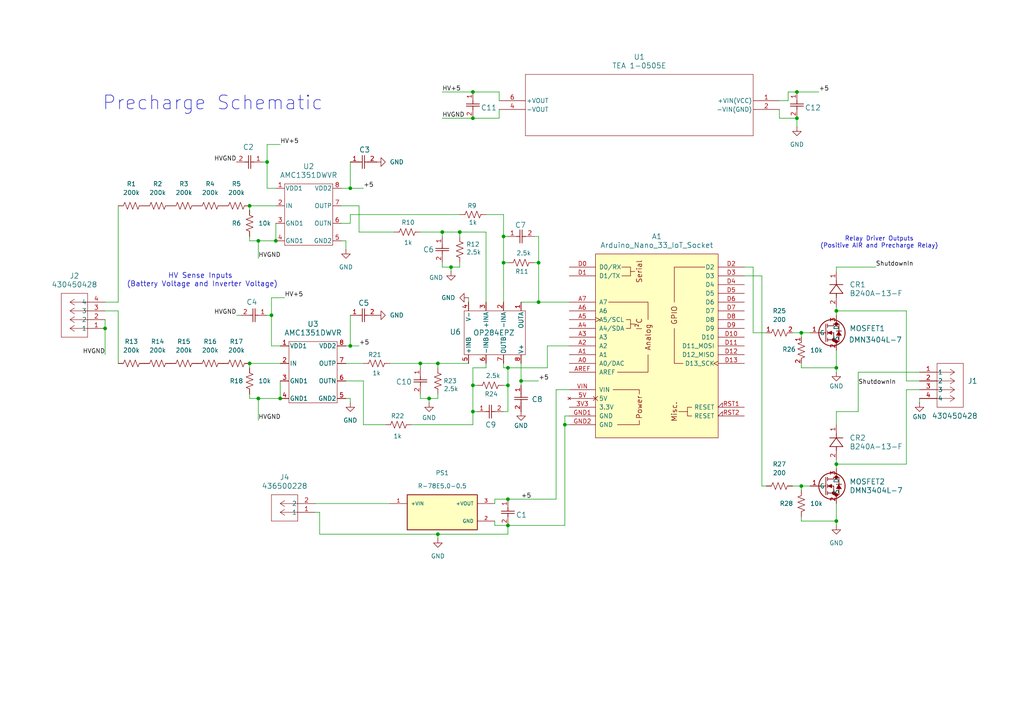
<source format=kicad_sch>
(kicad_sch (version 20231120) (generator "eeschema") (generator_version "8.0")
  (paper "A4")
  (title_block (title "RM28 Precharge PCB") (rev "1") (company "Blake Hopper"))
  (lib_symbols
    (symbol "10uF Cap:C324C106K3R5TA" (pin_names (offset 0.254))
      (property "Reference" "C" (at 3.81 3.81 0))
      (property "Value" "C324C106K3R5TA" (at 3.81 -3.81 0))
      (symbol "C324C106K3R5TA_1_1"
        (pin unspecified line (at 0 0 0) (length 2.54) (name "") (number "1"))
        (pin unspecified line (at 7.62 0 180) (length 2.54) (name "") (number "2"))
      )
      (symbol "C324C106K3R5TA_1_2"
        (pin unspecified line (at 0 0 270) (length 2.54) (name "") (number "1"))
        (pin unspecified line (at 0 -7.62 90) (length 2.54) (name "") (number "2"))
      )
    )
    (symbol "1u Cap:K104K10X7RF5UH5" (pin_names (offset 0.254))
      (property "Reference" "C" (at 3.81 3.81 0))
      (property "Value" "K104K10X7RF5UH5" (at 3.81 -3.81 0))
      (symbol "K104K10X7RF5UH5_0_1"
        (pin unspecified line (at 0 0 0) (length 2.54) (name "") (number "1"))
        (pin unspecified line (at 7.62 0 180) (length 2.54) (name "") (number "2"))
      )
    )
    (symbol "2PinMicro-FitV:436500228" (pin_names (offset 0.254))
      (property "Reference" "J" (at 8.89 6.35 0))
      (property "Value" "436500228" (at 0 0 0))
      (symbol "436500228_1_1"
        (pin unspecified line (at 0 0 0) (length 5.08) (name "1") (number "1"))
        (pin unspecified line (at 0 -2.54 0) (length 5.08) (name "2") (number "2"))
      )
      (symbol "436500228_1_2"
        (pin unspecified line (at 0 0 0) (length 5.08) (name "1") (number "1"))
        (pin unspecified line (at 0 -2.54 0) (length 5.08) (name "2") (number "2"))
      )
    )
    (symbol "330pF Cap:K331K15X7RF5TL2" (pin_names (offset 0.254))
      (property "Reference" "C" (at 3.81 3.81 0))
      (property "Value" "K331K15X7RF5TL2" (at 3.81 -3.81 0))
      (symbol "K331K15X7RF5TL2_1_1"
        (pin unspecified line (at 0 0 0) (length 2.54) (name "") (number "1"))
        (pin unspecified line (at 7.62 0 180) (length 2.54) (name "") (number "2"))
      )
      (symbol "K331K15X7RF5TL2_1_2"
        (pin unspecified line (at 0 0 270) (length 2.54) (name "") (number "1"))
        (pin unspecified line (at 0 -7.62 90) (length 2.54) (name "") (number "2"))
      )
    )
    (symbol "4PinMictrofit:430450428" (pin_names (offset 0.254))
      (property "Reference" "J" (at 8.89 6.35 0))
      (property "Value" "430450428" (at 0 0 0))
      (symbol "430450428_1_1"
        (pin unspecified line (at 0 0 0) (length 5.08) (name "1") (number "1"))
        (pin unspecified line (at 0 -2.54 0) (length 5.08) (name "2") (number "2"))
        (pin unspecified line (at 0 -5.08 0) (length 5.08) (name "3") (number "3"))
        (pin unspecified line (at 0 -7.62 0) (length 5.08) (name "4") (number "4"))
      )
      (symbol "430450428_1_2"
        (pin unspecified line (at 0 0 0) (length 5.08) (name "1") (number "1"))
        (pin unspecified line (at 0 -2.54 0) (length 5.08) (name "2") (number "2"))
        (pin unspecified line (at 0 -5.08 0) (length 5.08) (name "3") (number "3"))
        (pin unspecified line (at 0 -7.62 0) (length 5.08) (name "4") (number "4"))
      )
    )
    (symbol "AMC 1351:AMC1351DWVR" (pin_names (offset 0.254))
      (property "Reference" "U" (at 1.006 10.16 0))
      (property "Value" "AMC1351DWVR" (at 1.006 7.62 0))
      (symbol "AMC1351DWVR_1_1"
        (pin power_in line (at -8.89 3.81 0) (length 2.51) (name "VDD1") (number "1"))
        (pin input line (at -8.89 -1.27 0) (length 2.51) (name "IN") (number "2"))
        (pin power_out line (at -8.89 -6.35 0) (length 2.51) (name "GND1") (number "3"))
        (pin power_out line (at -8.89 -11.43 0) (length 2.51) (name "GND1") (number "4"))
        (pin power_out line (at 10.16 -11.43 180) (length 2.51) (name "GND2") (number "5"))
        (pin output line (at 10.16 -6.35 180) (length 2.51) (name "OUTN") (number "6"))
        (pin output line (at 10.16 -1.27 180) (length 2.51) (name "OUTP") (number "7"))
        (pin power_in line (at 10.16 3.81 180) (length 2.51) (name "VDD2") (number "8"))
      )
    )
    (symbol "Device:R_US" (pin_numbers hide) (pin_names (offset 0))
      (property "Reference" "R" (at 2.54 0 90))
      (property "Value" "R_US" (at -2.54 0 90))
      (symbol "R_US_1_1"
        (pin passive line (at 0 3.81 270) (length 1.27) (name "~") (number "1"))
        (pin passive line (at 0 -3.81 90) (length 1.27) (name "~") (number "2"))
      )
    )
    (symbol "Isolating DC-DC Converter:TEA_1-0505E" (pin_names (offset 0.254))
      (property "Reference" "U" (at 40.64 12.7 0))
      (property "Value" "TEA 1-0505E" (at 40.64 10.16 0))
      (symbol "TEA_1-0505E_0_1"
        (pin power_in line (at 0 0 0) (length 7.62) (name "+VIN(VCC)") (number "1"))
        (pin power_out line (at 0 -2.54 0) (length 7.62) (name "-VIN(GND)") (number "2"))
        (pin power_in line (at 81.28 -2.54 180) (length 7.62) (name "-VOUT") (number "4"))
        (pin power_in line (at 81.28 0 180) (length 7.62) (name "+VOUT") (number "6"))
      )
    )
    (symbol "OP284:OP284EPZ" (pin_names (offset 0.254))
      (property "Reference" "U" (at 0.254 9.652 0))
      (property "Value" "OP284EPZ" (at 0 6.604 0))
      (symbol "OP284EPZ_1_1"
        (pin unspecified line (at -8.89 3.81 0) (length 2.51) (name "OUTA") (number "1"))
        (pin unspecified line (at -8.89 -1.27 0) (length 2.51) (name "-INA") (number "2"))
        (pin unspecified line (at -8.89 -6.35 0) (length 2.51) (name "+INA") (number "3"))
        (pin power_in line (at -8.89 -11.43 0) (length 2.51) (name "V-") (number "4"))
        (pin unspecified line (at 8.89 -11.43 180) (length 2.51) (name "+INB") (number "5"))
        (pin unspecified line (at 8.89 -6.35 180) (length 2.51) (name "-INB") (number "6"))
        (pin unspecified line (at 8.89 -1.27 180) (length 2.51) (name "OUTB") (number "7"))
        (pin power_in line (at 8.89 3.81 180) (length 2.51) (name "V+") (number "8"))
      )
    )
    (symbol "PCM_arduino-library:Arduino_Nano_33_IoT_Socket" (pin_names (offset 1.016))
      (property "Reference" "A" (at 0 33.02 0))
      (property "Value" "Arduino_Nano_33_IoT_Socket" (at 0 29.21 0))
      (symbol "Arduino_Nano_33_IoT_Socket_0_0"
        (text "Analog" (at -2.54 2.54 900) (effects (font (size 1.524 1.524))))
        (text "I²C" (at -5.08 6.35 900) (effects (font (size 1.524 1.524))))
        (text "Misc." (at 5.08 -19.05 900) (effects (font (size 1.524 1.524))))
        (text "Power" (at -5.08 -17.78 900) (effects (font (size 1.524 1.524))))
        (text "Serial" (at -5.08 21.59 900) (effects (font (size 1.524 1.524))))
      )
      (symbol "Arduino_Nano_33_IoT_Socket_1_0"
        (text "GPIO" (at 5.08 8.89 900) (effects (font (size 1.524 1.524))))
      )
      (symbol "Arduino_Nano_33_IoT_Socket_1_1"
        (pin power_in line (at -25.4 -17.78 0) (length 7.62) (name "3.3V") (number "3V3"))
        (pin no_connect non_logic (at -25.4 -15.24 0) (length 7.62) (name "5V") (number "5V"))
        (pin bidirectional line (at -25.4 -5.08 0) (length 7.62) (name "A0/DAC") (number "A0"))
        (pin bidirectional line (at -25.4 -2.54 0) (length 7.62) (name "A1") (number "A1"))
        (pin bidirectional line (at -25.4 0 0) (length 7.62) (name "A2") (number "A2"))
        (pin bidirectional line (at -25.4 2.54 0) (length 7.62) (name "A3") (number "A3"))
        (pin bidirectional line (at -25.4 5.08 0) (length 7.62) (name "A4/SDA") (number "A4"))
        (pin bidirectional clock (at -25.4 7.62 0) (length 7.62) (name "A5/SCL") (number "A5"))
        (pin input line (at -25.4 10.16 0) (length 7.62) (name "A6") (number "A6"))
        (pin input line (at -25.4 12.7 0) (length 7.62) (name "A7") (number "A7"))
        (pin input line (at -25.4 -7.62 0) (length 7.62) (name "AREF") (number "AREF"))
        (pin bidirectional line (at -25.4 22.86 0) (length 7.62) (name "D0/RX") (number "D0"))
        (pin bidirectional line (at -25.4 20.32 0) (length 7.62) (name "D1/TX") (number "D1"))
        (pin bidirectional line (at 25.4 2.54 180) (length 7.62) (name "D10") (number "D10"))
        (pin bidirectional line (at 25.4 0 180) (length 7.62) (name "D11_MOSI") (number "D11"))
        (pin bidirectional line (at 25.4 -2.54 180) (length 7.62) (name "D12_MISO") (number "D12"))
        (pin bidirectional clock (at 25.4 -5.08 180) (length 7.62) (name "D13_SCK") (number "D13"))
        (pin bidirectional line (at 25.4 22.86 180) (length 7.62) (name "D2") (number "D2"))
        (pin bidirectional line (at 25.4 20.32 180) (length 7.62) (name "D3") (number "D3"))
        (pin bidirectional line (at 25.4 17.78 180) (length 7.62) (name "D4") (number "D4"))
        (pin bidirectional line (at 25.4 15.24 180) (length 7.62) (name "D5") (number "D5"))
        (pin bidirectional line (at 25.4 12.7 180) (length 7.62) (name "D6") (number "D6"))
        (pin bidirectional line (at 25.4 10.16 180) (length 7.62) (name "D7") (number "D7"))
        (pin bidirectional line (at 25.4 7.62 180) (length 7.62) (name "D8") (number "D8"))
        (pin bidirectional line (at 25.4 5.08 180) (length 7.62) (name "D9") (number "D9"))
        (pin power_in line (at -25.4 -20.32 0) (length 7.62) (name "GND") (number "GND1"))
        (pin power_in line (at -25.4 -22.86 0) (length 7.62) (name "GND") (number "GND2"))
        (pin open_collector input_low (at 25.4 -17.78 180) (length 7.62) (name "RESET") (number "RST1"))
        (pin open_collector input_low (at 25.4 -20.32 180) (length 7.62) (name "RESET") (number "RST2"))
        (pin power_in line (at -25.4 -12.7 0) (length 7.62) (name "VIN") (number "VIN"))
      )
    )
    (symbol "R-78E5.0-0.5:R-78E5.0-0.5" (pin_names (offset 1.016))
      (property "Reference" "PS" (at -10.1639 6.3579 0))
      (property "Value" "R-78E5.0-0.5" (at -10.1614 -7.6227 0))
      (symbol "R-78E5.0-0.5_0_0"
        (pin input line (at -15.24 2.54 0) (length 5.08) (name "+VIN") (number "1"))
        (pin power_in line (at 15.24 -2.54 180) (length 5.08) (name "GND") (number "2"))
        (pin output line (at 15.24 2.54 180) (length 5.08) (name "+VOUT") (number "3"))
      )
    )
    (symbol "R_US_2" (pin_names (offset 0))
      (property "Reference" "R" (at 2.54 0 90))
      (property "Value" "R_US" (at -2.54 0 90))
      (symbol "R_US_2_1_1"
        (pin passive line (at 0 3.81 270) (length 1.27) (name "~") (number "1"))
        (pin passive line (at 0 -3.81 90) (length 1.27) (name "~") (number "2"))
      )
    )
    (symbol "R_US_3" (pin_names (offset 0))
      (property "Reference" "R" (at 2.54 0 90))
      (property "Value" "R_US" (at -2.54 0 90))
      (symbol "R_US_3_1_1"
        (pin passive line (at 0 3.81 270) (length 1.27) (name "~") (number "1"))
        (pin passive line (at 0 -3.81 90) (length 1.27) (name "~") (number "2"))
      )
    )
    (symbol "RelayFET:DMN3404L-7" (pin_names (offset 0.254))
      (property "Reference" "MOSFET" (at 11.43 1.905 0))
      (property "Value" "DMN3404L-7" (at 11.43 -2.54 0))
      (symbol "DMN3404L-7_0_1"
        (pin unspecified line (at 0 0 0) (length 2.54) (name "G") (number "1"))
        (pin unspecified line (at 7.62 -5.08 90) (length 2.54) (name "S") (number "2"))
        (pin unspecified line (at 7.62 5.08 270) (length 2.54) (name "D") (number "3"))
      )
    )
    (symbol "RelayFlyback:B240A-13-F" (pin_names (offset 0.254))
      (property "Reference" "CR" (at 5.08 4.445 0))
      (property "Value" "B240A-13-F" (at 5.08 -3.81 0))
      (symbol "B240A-13-F_1_1"
        (pin unspecified line (at 10.16 0 180) (length 2.54) (name "") (number "1"))
        (pin unspecified line (at 0 0 0) (length 2.54) (name "") (number "2"))
      )
      (symbol "B240A-13-F_1_2"
        (pin unspecified line (at 0 10.16 270) (length 2.54) (name "") (number "1"))
        (pin unspecified line (at 0 0 90) (length 2.54) (name "") (number "2"))
      )
    )
    (symbol "power:GND" (power) (pin_numbers hide) (pin_names (offset 0) hide)
      (property "Value" "GND" (at 0 -3.81 0))
      (symbol "GND_1_1"
        (pin power_in line (at 0 0 270) (length 0) (name "~") (number "1"))
      )
    )
  )
  (junction (at 146.05 76.2))
  (junction (at 137.16 119.38))
  (junction (at 101.6 100.33))
  (junction (at 128.27 67.31))
  (junction (at 242.57 90.17))
  (junction (at 137.16 26.67))
  (junction (at 147.32 152.4))
  (junction (at 231.14 34.29))
  (junction (at 127 154.94))
  (junction (at 147.32 111.76))
  (junction (at 121.92 105.41))
  (junction (at 80.01 69.85))
  (junction (at 231.14 26.67))
  (junction (at 232.41 96.52))
  (junction (at 72.39 105.41))
  (junction (at 101.6 54.61))
  (junction (at 130.81 77.47))
  (junction (at 232.41 140.97))
  (junction (at 77.47 46.99))
  (junction (at 156.21 76.2))
  (junction (at 74.93 115.57))
  (junction (at 78.74 91.44))
  (junction (at 81.28 115.57))
  (junction (at 242.57 134.62))
  (junction (at 242.57 106.68))
  (junction (at 124.46 115.57))
  (junction (at 133.35 67.31))
  (junction (at 242.57 151.13))
  (junction (at 156.21 87.63))
  (junction (at 163.83 123.19))
  (junction (at 127 105.41))
  (junction (at 137.16 34.29))
  (junction (at 74.93 69.85))
  (junction (at 72.39 59.69))
  (junction (at 146.05 68.58))
  (junction (at 151.13 110.49))
  (junction (at 147.32 144.78))
  (junction (at 137.16 111.76))
  (junction (at 30.48 95.25))
  (junction (at 147.32 106.68))
  (wire (pts (xy 30.48 95.25) (xy 30.48 102.87)))
  (wire (pts (xy 146.05 106.68) (xy 147.32 106.68)))
  (wire (pts (xy 133.35 67.31) (xy 140.97 67.31)))
  (wire (pts (xy 81.28 41.91) (xy 77.47 41.91)))
  (wire (pts (xy 92.71 148.59) (xy 91.44 148.59)))
  (wire (pts (xy 163.83 123.19) (xy 165.1 123.19)))
  (wire (pts (xy 130.81 78.74) (xy 130.81 77.47)))
  (wire (pts (xy 158.75 100.33) (xy 165.1 100.33)))
  (wire (pts (xy 77.47 46.99) (xy 77.47 54.61)))
  (wire (pts (xy 143.51 152.4) (xy 147.32 152.4)))
  (wire (pts (xy 72.39 105.41) (xy 81.28 105.41)))
  (wire (pts (xy 72.39 68.58) (xy 72.39 69.85)))
  (wire (pts (xy 242.57 133.35) (xy 242.57 134.62)))
  (wire (pts (xy 220.98 140.97) (xy 222.25 140.97)))
  (wire (pts (xy 234.95 96.52) (xy 232.41 96.52)))
  (wire (pts (xy 165.1 120.65) (xy 163.83 120.65)))
  (wire (pts (xy 78.74 86.36) (xy 78.74 91.44)))
  (wire (pts (xy 127 115.57) (xy 127 114.3)))
  (wire (pts (xy 100.33 110.49) (xy 105.41 110.49)))
  (wire (pts (xy 232.41 106.68) (xy 242.57 106.68)))
  (wire (pts (xy 232.41 140.97) (xy 234.95 140.97)))
  (wire (pts (xy 161.29 113.03) (xy 161.29 144.78)))
  (wire (pts (xy 121.92 115.57) (xy 121.92 114.3)))
  (wire (pts (xy 104.14 67.31) (xy 114.3 67.31)))
  (wire (pts (xy 163.83 123.19) (xy 163.83 152.4)))
  (wire (pts (xy 101.6 100.33) (xy 104.14 100.33)))
  (wire (pts (xy 143.51 146.05) (xy 143.51 144.78)))
  (wire (pts (xy 146.05 68.58) (xy 146.05 76.2)))
  (wire (pts (xy 151.13 105.41) (xy 151.13 110.49)))
  (wire (pts (xy 262.89 134.62) (xy 242.57 134.62)))
  (wire (pts (xy 158.75 100.33) (xy 158.75 106.68)))
  (wire (pts (xy 72.39 106.68) (xy 72.39 105.41)))
  (wire (pts (xy 91.44 146.05) (xy 113.03 146.05)))
  (wire (pts (xy 76.2 46.99) (xy 77.47 46.99)))
  (wire (pts (xy 146.05 119.38) (xy 147.32 119.38)))
  (wire (pts (xy 147.32 144.78) (xy 161.29 144.78)))
  (wire (pts (xy 143.51 151.13) (xy 143.51 152.4)))
  (wire (pts (xy 80.01 64.77) (xy 80.01 69.85)))
  (wire (pts (xy 72.39 60.96) (xy 72.39 59.69)))
  (wire (pts (xy 104.14 59.69) (xy 104.14 67.31)))
  (wire (pts (xy 34.29 90.17) (xy 34.29 105.41)))
  (wire (pts (xy 127 156.21) (xy 127 154.94)))
  (wire (pts (xy 81.28 110.49) (xy 81.28 115.57)))
  (wire (pts (xy 74.93 69.85) (xy 80.01 69.85)))
  (wire (pts (xy 34.29 87.63) (xy 30.48 87.63)))
  (wire (pts (xy 133.35 77.47) (xy 133.35 76.2)))
  (wire (pts (xy 101.6 62.23) (xy 133.35 62.23)))
  (wire (pts (xy 242.57 152.4) (xy 242.57 151.13)))
  (wire (pts (xy 133.35 77.47) (xy 130.81 77.47)))
  (wire (pts (xy 165.1 113.03) (xy 161.29 113.03)))
  (wire (pts (xy 137.16 119.38) (xy 138.43 119.38)))
  (wire (pts (xy 218.44 96.52) (xy 222.25 96.52)))
  (wire (pts (xy 262.89 113.03) (xy 262.89 134.62)))
  (wire (pts (xy 68.58 91.44) (xy 69.85 91.44)))
  (wire (pts (xy 146.05 68.58) (xy 147.32 68.58)))
  (wire (pts (xy 105.41 110.49) (xy 105.41 123.19)))
  (wire (pts (xy 100.33 105.41) (xy 105.41 105.41)))
  (wire (pts (xy 77.47 54.61) (xy 80.01 54.61)))
  (wire (pts (xy 147.32 106.68) (xy 158.75 106.68)))
  (wire (pts (xy 215.9 77.47) (xy 218.44 77.47)))
  (wire (pts (xy 147.32 76.2) (xy 146.05 76.2)))
  (wire (pts (xy 163.83 120.65) (xy 163.83 123.19)))
  (wire (pts (xy 231.14 34.29) (xy 226.06 34.29)))
  (wire (pts (xy 228.6 26.67) (xy 228.6 29.21)))
  (wire (pts (xy 137.16 111.76) (xy 137.16 119.38)))
  (wire (pts (xy 154.94 68.58) (xy 156.21 68.58)))
  (wire (pts (xy 137.16 111.76) (xy 137.16 106.68)))
  (wire (pts (xy 156.21 110.49) (xy 151.13 110.49)))
  (wire (pts (xy 101.6 64.77) (xy 99.06 64.77)))
  (wire (pts (xy 229.87 140.97) (xy 232.41 140.97)))
  (wire (pts (xy 147.32 111.76) (xy 147.32 119.38)))
  (wire (pts (xy 228.6 29.21) (xy 226.06 29.21)))
  (wire (pts (xy 146.05 105.41) (xy 146.05 106.68)))
  (wire (pts (xy 242.57 88.9) (xy 242.57 90.17)))
  (wire (pts (xy 232.41 106.68) (xy 232.41 105.41)))
  (wire (pts (xy 140.97 67.31) (xy 140.97 87.63)))
  (wire (pts (xy 34.29 59.69) (xy 34.29 87.63)))
  (wire (pts (xy 163.83 152.4) (xy 147.32 152.4)))
  (wire (pts (xy 266.7 113.03) (xy 262.89 113.03)))
  (wire (pts (xy 147.32 154.94) (xy 147.32 152.4)))
  (wire (pts (xy 127 154.94) (xy 147.32 154.94)))
  (wire (pts (xy 101.6 116.84) (xy 101.6 115.57)))
  (wire (pts (xy 77.47 41.91) (xy 77.47 46.99)))
  (wire (pts (xy 74.93 115.57) (xy 81.28 115.57)))
  (wire (pts (xy 119.38 123.19) (xy 137.16 123.19)))
  (wire (pts (xy 127 105.41) (xy 127 106.68)))
  (wire (pts (xy 92.71 154.94) (xy 127 154.94)))
  (wire (pts (xy 78.74 91.44) (xy 78.74 100.33)))
  (wire (pts (xy 144.78 26.67) (xy 144.78 29.21)))
  (wire (pts (xy 231.14 34.29) (xy 231.14 36.83)))
  (wire (pts (xy 237.49 26.67) (xy 231.14 26.67)))
  (wire (pts (xy 146.05 76.2) (xy 146.05 87.63)))
  (wire (pts (xy 242.57 146.05) (xy 242.57 151.13)))
  (wire (pts (xy 266.7 107.95) (xy 248.92 107.95)))
  (wire (pts (xy 242.57 90.17) (xy 242.57 91.44)))
  (wire (pts (xy 121.92 67.31) (xy 128.27 67.31)))
  (wire (pts (xy 100.33 72.39) (xy 100.33 69.85)))
  (wire (pts (xy 147.32 111.76) (xy 147.32 106.68)))
  (wire (pts (xy 262.89 110.49) (xy 266.7 110.49)))
  (wire (pts (xy 124.46 115.57) (xy 127 115.57)))
  (wire (pts (xy 144.78 34.29) (xy 144.78 31.75)))
  (wire (pts (xy 137.16 111.76) (xy 138.43 111.76)))
  (wire (pts (xy 242.57 77.47) (xy 254 77.47)))
  (wire (pts (xy 146.05 62.23) (xy 146.05 68.58)))
  (wire (pts (xy 232.41 140.97) (xy 232.41 142.24)))
  (wire (pts (xy 101.6 91.44) (xy 101.6 100.33)))
  (wire (pts (xy 242.57 119.38) (xy 248.92 119.38)))
  (wire (pts (xy 266.7 115.57) (xy 266.7 116.84)))
  (wire (pts (xy 242.57 77.47) (xy 242.57 78.74)))
  (wire (pts (xy 232.41 151.13) (xy 232.41 149.86)))
  (wire (pts (xy 156.21 76.2) (xy 156.21 87.63)))
  (wire (pts (xy 30.48 92.71) (xy 30.48 95.25)))
  (wire (pts (xy 128.27 67.31) (xy 128.27 68.58)))
  (wire (pts (xy 128.27 26.67) (xy 137.16 26.67)))
  (wire (pts (xy 137.16 119.38) (xy 137.16 123.19)))
  (wire (pts (xy 242.57 107.95) (xy 242.57 106.68)))
  (wire (pts (xy 121.92 115.57) (xy 124.46 115.57)))
  (wire (pts (xy 137.16 106.68) (xy 140.97 106.68)))
  (wire (pts (xy 128.27 77.47) (xy 130.81 77.47)))
  (wire (pts (xy 100.33 115.57) (xy 101.6 115.57)))
  (wire (pts (xy 72.39 115.57) (xy 72.39 114.3)))
  (wire (pts (xy 101.6 54.61) (xy 105.41 54.61)))
  (wire (pts (xy 231.14 26.67) (xy 228.6 26.67)))
  (wire (pts (xy 99.06 54.61) (xy 101.6 54.61)))
  (wire (pts (xy 242.57 134.62) (xy 242.57 135.89)))
  (wire (pts (xy 218.44 77.47) (xy 218.44 96.52)))
  (wire (pts (xy 128.27 77.47) (xy 128.27 76.2)))
  (wire (pts (xy 124.46 116.84) (xy 124.46 115.57)))
  (wire (pts (xy 72.39 115.57) (xy 74.93 115.57)))
  (wire (pts (xy 232.41 96.52) (xy 229.87 96.52)))
  (wire (pts (xy 77.47 91.44) (xy 78.74 91.44)))
  (wire (pts (xy 156.21 68.58) (xy 156.21 76.2)))
  (wire (pts (xy 113.03 105.41) (xy 121.92 105.41)))
  (wire (pts (xy 80.01 59.69) (xy 72.39 59.69)))
  (wire (pts (xy 74.93 69.85) (xy 74.93 74.93)))
  (wire (pts (xy 99.06 59.69) (xy 104.14 59.69)))
  (wire (pts (xy 146.05 62.23) (xy 140.97 62.23)))
  (wire (pts (xy 72.39 69.85) (xy 74.93 69.85)))
  (wire (pts (xy 220.98 80.01) (xy 220.98 140.97)))
  (wire (pts (xy 156.21 76.2) (xy 154.94 76.2)))
  (wire (pts (xy 156.21 87.63) (xy 165.1 87.63)))
  (wire (pts (xy 128.27 34.29) (xy 137.16 34.29)))
  (wire (pts (xy 137.16 34.29) (xy 144.78 34.29)))
  (wire (pts (xy 99.06 69.85) (xy 100.33 69.85)))
  (wire (pts (xy 242.57 119.38) (xy 242.57 123.19)))
  (wire (pts (xy 143.51 144.78) (xy 147.32 144.78)))
  (wire (pts (xy 34.29 90.17) (xy 30.48 90.17)))
  (wire (pts (xy 101.6 64.77) (xy 101.6 62.23)))
  (wire (pts (xy 100.33 100.33) (xy 101.6 100.33)))
  (wire (pts (xy 74.93 121.92) (xy 74.93 115.57)))
  (wire (pts (xy 101.6 46.99) (xy 101.6 54.61)))
  (wire (pts (xy 82.55 86.36) (xy 78.74 86.36)))
  (wire (pts (xy 248.92 107.95) (xy 248.92 119.38)))
  (wire (pts (xy 105.41 123.19) (xy 111.76 123.19)))
  (wire (pts (xy 242.57 101.6) (xy 242.57 106.68)))
  (wire (pts (xy 121.92 105.41) (xy 127 105.41)))
  (wire (pts (xy 140.97 106.68) (xy 140.97 105.41)))
  (wire (pts (xy 226.06 34.29) (xy 226.06 31.75)))
  (wire (pts (xy 137.16 26.67) (xy 144.78 26.67)))
  (wire (pts (xy 135.89 86.36) (xy 135.89 87.63)))
  (wire (pts (xy 92.71 148.59) (xy 92.71 154.94)))
  (wire (pts (xy 147.32 111.76) (xy 146.05 111.76)))
  (wire (pts (xy 262.89 90.17) (xy 262.89 110.49)))
  (wire (pts (xy 128.27 67.31) (xy 133.35 67.31)))
  (wire (pts (xy 133.35 67.31) (xy 133.35 68.58)))
  (wire (pts (xy 78.74 100.33) (xy 81.28 100.33)))
  (wire (pts (xy 127 105.41) (xy 135.89 105.41)))
  (wire (pts (xy 232.41 151.13) (xy 242.57 151.13)))
  (wire (pts (xy 151.13 87.63) (xy 156.21 87.63)))
  (wire (pts (xy 215.9 80.01) (xy 220.98 80.01)))
  (wire (pts (xy 232.41 96.52) (xy 232.41 97.79)))
  (wire (pts (xy 121.92 106.68) (xy 121.92 105.41)))
  (wire (pts (xy 262.89 90.17) (xy 242.57 90.17)))
  (wire (pts (xy 151.13 110.49) (xy 151.13 111.76)))
  (text "Precharge Schematic\n" (at 61.722 29.972 0) (effects (font (size 4 4))))
  (text "HV Sense Inputs \n(Battery Voltage and Inverter Voltage)" (at 58.674 81.28 0) (effects (font (size 1.5 1.5))))
  (text "Relay Driver Outputs\n(Positive AIR and Precharge Relay)" (at 255.016 70.358 0) (effects (font (size 1.27 1.27))))
  (label "HVGND" (at 128.27 34.29 0))
  (label "+5" (at 104.14 100.33 0))
  (label "+5" (at 151.13 144.78 0))
  (label "ShutdownIn" (at 248.92 111.76 0))
  (label "HVGND" (at 68.58 91.44 180))
  (label "HV+5" (at 128.27 26.67 0))
  (label "HVGND" (at 68.58 46.99 180))
  (label "HV+5" (at 81.28 41.91 0))
  (label "ShutdownIn" (at 254 77.47 0))
  (label "HVGND" (at 30.48 102.87 180))
  (label "+5" (at 237.49 26.67 0))
  (label "HVGND" (at 74.93 74.93 0))
  (label "HVGND" (at 74.93 121.92 0))
  (label "+5" (at 156.21 110.49 0))
  (label "+5" (at 105.41 54.61 0))
  (label "HV+5" (at 82.55 86.36 0))
  (symbol (lib_id "Device:R_US") (at 72.39 110.49 180) (unit 1)
    (property "Reference" "R18" (at 68.58 110.49 0))
    (property "Value" "10k" (at 74.93 110.4899 0) (effects (justify right)))
    (property "Footprint" "Resistor_THT:R_Axial_DIN0207_L6.3mm_D2.5mm_P10.16mm_Horizontal" (effects (hide yes)))
    (property "Description" "Resistor, US symbol" (effects (hide yes)))
  )
  (symbol (lib_id "4PinMictrofit:430450428") (at 30.48 95.25 180) (unit 1)
    (property "Reference" "J2" (at 21.59 80.01 0) (effects (font (size 1.524 1.524))))
    (property "Value" "430450428" (at 21.59 82.55 0) (effects (font (size 1.524 1.524))))
    (property "Footprint" "MolexVertical:CONN_SD-43045-010_04_MOL" (effects (hide yes)))
    (property "Datasheet" "430450428" (effects (hide yes)))
  )
  (symbol (lib_id "330pF Cap:K331K15X7RF5TL2") (at 121.92 106.68 270) (unit 1)
    (property "Reference" "C10" (at 114.808 110.744 90) (effects (font (size 1.524 1.524)) (justify left)))
    (property "Value" "K331K15X7RF5TL2" (effects (hide yes)))
    (property "Footprint" "330pFCap:CAP_K-SERIES_15-L2_VIS" (effects (hide yes)))
    (property "Datasheet" "K331K15X7RF5TL2" (effects (hide yes)))
  )
  (symbol (lib_id "Device:R_US") (at 45.72 59.69 90) (unit 1)
    (property "Reference" "R2" (at 45.72 53.34 90))
    (property "Value" "200k" (at 45.72 55.88 90))
    (property "Footprint" "Resistor_THT:R_Axial_DIN0207_L6.3mm_D2.5mm_P10.16mm_Horizontal" (effects (hide yes)))
    (property "Description" "Resistor, US symbol" (effects (hide yes)))
  )
  (symbol (lib_id "power:GND") (at 100.33 72.39 0) (unit 1)
    (property "Reference" "#PWR04" (effects (hide yes)))
    (property "Value" "GND" (at 100.33 77.47 0))
    (property "Description" "Power symbol creates a global label with name \"GND\" , ground" (effects (hide yes)))
  )
  (symbol (lib_id "1u Cap:K104K10X7RF5UH5") (at 76.2 46.99 180) (unit 1)
    (property "Reference" "C2" (at 73.66 42.672 0) (effects (font (size 1.524 1.524)) (justify left)))
    (property "Value" "K104K10X7RF5UH5" (effects (hide yes)))
    (property "Footprint" "1uFCap:K104K10X7RF5UH5_VIS" (effects (hide yes)))
    (property "Datasheet" "K104K10X7RF5UH5" (effects (hide yes)))
  )
  (symbol (lib_id "Device:R_US") (at 68.58 59.69 90) (unit 1)
    (property "Reference" "R5" (at 68.58 53.34 90))
    (property "Value" "200k" (at 68.58 55.88 90))
    (property "Footprint" "Resistor_THT:R_Axial_DIN0207_L6.3mm_D2.5mm_P10.16mm_Horizontal" (effects (hide yes)))
    (property "Description" "Resistor, US symbol" (effects (hide yes)))
  )
  (symbol (lib_id "power:GND") (at 109.22 91.44 90) (unit 1)
    (property "Reference" "#PWR09" (effects (hide yes)))
    (property "Value" "GND" (at 113.03 91.4399 90) (effects (justify right)))
    (property "Description" "Power symbol creates a global label with name \"GND\" , ground" (effects (hide yes)))
  )
  (symbol (lib_id "power:GND") (at 135.89 86.36 270) (unit 1)
    (property "Reference" "#PWR017" (effects (hide yes)))
    (property "Value" "GND" (at 132.08 86.3599 90) (effects (justify right)))
    (property "Description" "Power symbol creates a global label with name \"GND\" , ground" (effects (hide yes)))
  )
  (symbol (lib_id "2PinMicro-FitV:436500228") (at 91.44 148.59 180) (unit 1)
    (property "Reference" "J4" (at 82.55 138.43 0) (effects (font (size 1.524 1.524))))
    (property "Value" "436500228" (at 82.55 140.97 0) (effects (font (size 1.524 1.524))))
    (property "Footprint" "MolexVertical:CONN_SD-43650-010_02_MOL" (effects (hide yes)))
    (property "Datasheet" "436500228" (effects (hide yes)))
  )
  (symbol (lib_id "Device:R_US") (at 115.57 123.19 90) (unit 1)
    (property "Reference" "R22" (at 115.316 120.65 90))
    (property "Value" "1k" (at 115.316 126.492 90))
    (property "Footprint" "Resistor_THT:R_Axial_DIN0207_L6.3mm_D2.5mm_P10.16mm_Horizontal" (effects (hide yes)))
    (property "Description" "Resistor, US symbol" (effects (hide yes)))
  )
  (symbol (lib_id "Isolating DC-DC Converter:TEA_1-0505E") (at 226.06 29.21 0) (mirror y) (unit 1)
    (property "Reference" "U1" (at 185.42 16.51 0) (effects (font (size 1.524 1.524))))
    (property "Value" "TEA 1-0505E" (at 185.42 19.05 0) (effects (font (size 1.524 1.524))))
    (property "Footprint" "PreChargeParts:TEA 1E_TRP" (effects (hide yes)))
    (property "Datasheet" "TEA 1-0505E" (effects (hide yes)))
  )
  (symbol (lib_id "Device:R_US") (at 118.11 67.31 90) (unit 1)
    (property "Reference" "R10" (at 118.364 64.516 90))
    (property "Value" "1k" (at 118.364 70.358 90))
    (property "Footprint" "Resistor_THT:R_Axial_DIN0207_L6.3mm_D2.5mm_P10.16mm_Horizontal" (effects (hide yes)))
    (property "Description" "Resistor, US symbol" (effects (hide yes)))
  )
  (symbol (lib_id "power:GND") (at 130.81 78.74 0) (unit 1)
    (property "Reference" "#PWR015" (effects (hide yes)))
    (property "Value" "GND" (at 126.492 80.518 0))
    (property "Description" "Power symbol creates a global label with name \"GND\" , ground" (effects (hide yes)))
  )
  (symbol (lib_id "Device:R_US") (at 68.58 105.41 90) (unit 1)
    (property "Reference" "R17" (at 68.58 99.06 90))
    (property "Value" "200k" (at 68.58 101.6 90))
    (property "Footprint" "Resistor_THT:R_Axial_DIN0207_L6.3mm_D2.5mm_P10.16mm_Horizontal" (effects (hide yes)))
    (property "Description" "Resistor, US symbol" (effects (hide yes)))
  )
  (symbol (lib_id "Device:R_US") (at 38.1 59.69 90) (unit 1)
    (property "Reference" "R1" (at 38.1 53.34 90))
    (property "Value" "200k" (at 38.1 55.88 90))
    (property "Footprint" "Resistor_THT:R_Axial_DIN0207_L6.3mm_D2.5mm_P10.16mm_Horizontal" (effects (hide yes)))
    (property "Description" "Resistor, US symbol" (effects (hide yes)))
  )
  (symbol (lib_id "330pF Cap:K331K15X7RF5TL2") (at 128.27 68.58 270) (unit 1)
    (property "Reference" "C6" (at 122.682 72.39 90) (effects (font (size 1.524 1.524)) (justify left)))
    (property "Value" "K331K15X7RF5TL2" (effects (hide yes)))
    (property "Footprint" "330pFCap:CAP_K-SERIES_15-L2_VIS" (effects (hide yes)))
    (property "Datasheet" "K331K15X7RF5TL2" (effects (hide yes)))
  )
  (symbol (lib_id "Device:R_US") (at 60.96 59.69 90) (unit 1)
    (property "Reference" "R4" (at 60.96 53.34 90))
    (property "Value" "200k" (at 60.96 55.88 90))
    (property "Footprint" "Resistor_THT:R_Axial_DIN0207_L6.3mm_D2.5mm_P10.16mm_Horizontal" (effects (hide yes)))
    (property "Description" "Resistor, US symbol" (effects (hide yes)))
  )
  (symbol (lib_id "Device:R_US") (at 137.16 62.23 90) (unit 1)
    (property "Reference" "R9" (at 136.906 59.69 90))
    (property "Value" "1k" (at 137.16 64.516 90))
    (property "Footprint" "Resistor_THT:R_Axial_DIN0207_L6.3mm_D2.5mm_P10.16mm_Horizontal" (effects (hide yes)))
    (property "Description" "Resistor, US symbol" (effects (hide yes)))
  )
  (symbol (lib_id "power:GND") (at 242.57 107.95 0) (unit 1)
    (property "Reference" "#PWR01" (effects (hide yes)))
    (property "Value" "GND" (at 242.57 112.014 0))
    (property "Description" "Power symbol creates a global label with name \"GND\" , ground" (effects (hide yes)))
  )
  (symbol (lib_id "RelayFET:DMN3404L-7") (at 234.95 96.52 0) (unit 1)
    (property "Reference" "MOSFET1" (at 246.38 95.2499 0) (effects (font (size 1.524 1.524)) (justify left)))
    (property "Value" "DMN3404L-7" (at 246.126 98.552 0) (effects (font (size 1.524 1.524)) (justify left)))
    (property "Footprint" "PreChargeParts:SOT23_DIO-L" (effects (hide yes)))
    (property "Datasheet" "DMN3404L-7" (effects (hide yes)))
  )
  (symbol (lib_id "power:GND") (at 124.46 116.84 0) (unit 1)
    (property "Reference" "#PWR010" (effects (hide yes)))
    (property "Value" "GND" (at 126.492 121.158 0) (effects (justify right)))
    (property "Description" "Power symbol creates a global label with name \"GND\" , ground" (effects (hide yes)))
  )
  (symbol (lib_id "power:GND") (at 242.57 152.4 0) (unit 1)
    (property "Reference" "#PWR05" (effects (hide yes)))
    (property "Value" "GND" (at 242.57 157.48 0))
    (property "Description" "Power symbol creates a global label with name \"GND\" , ground" (effects (hide yes)))
  )
  (symbol (lib_id "Device:R_US") (at 53.34 59.69 90) (unit 1)
    (property "Reference" "R3" (at 53.34 53.34 90))
    (property "Value" "200k" (at 53.34 55.88 90))
    (property "Footprint" "Resistor_THT:R_Axial_DIN0207_L6.3mm_D2.5mm_P10.16mm_Horizontal" (effects (hide yes)))
    (property "Description" "Resistor, US symbol" (effects (hide yes)))
  )
  (symbol (lib_name "R_US_2") (lib_id "Device:R_US") (at 232.41 101.6 0) (mirror y) (unit 1)
    (property "Reference" "R26" (at 228.854 101.346 0))
    (property "Value" "10k" (at 234.95 101.6001 0) (effects (justify right)))
    (property "Footprint" "Resistor_THT:R_Axial_DIN0207_L6.3mm_D2.5mm_P10.16mm_Horizontal" (effects (hide yes)))
    (property "Description" "Resistor, US symbol" (effects (hide yes)))
  )
  (symbol (lib_id "power:GND") (at 151.13 119.38 0) (unit 1)
    (property "Reference" "#PWR014" (effects (hide yes)))
    (property "Value" "GND" (at 153.162 123.444 0) (effects (justify right)))
    (property "Description" "Power symbol creates a global label with name \"GND\" , ground" (effects (hide yes)))
  )
  (symbol (lib_id "1u Cap:K104K10X7RF5UH5") (at 101.6 46.99 0) (unit 1)
    (property "Reference" "C3" (at 104.14 43.434 0) (effects (font (size 1.524 1.524)) (justify left)))
    (property "Value" "K104K10X7RF5UH5" (effects (hide yes)))
    (property "Footprint" "1uFCap:K104K10X7RF5UH5_VIS" (effects (hide yes)))
    (property "Datasheet" "K104K10X7RF5UH5" (effects (hide yes)))
  )
  (symbol (lib_id "AMC 1351:AMC1351DWVR") (at 88.9 58.42 0) (unit 1)
    (property "Reference" "U2" (at 89.525 48.26 0) (effects (font (size 1.524 1.524))))
    (property "Value" "AMC1351DWVR" (at 89.525 50.8 0) (effects (font (size 1.524 1.524))))
    (property "Footprint" "AMC 1351:SOIC8_DWV_TEX" (effects (hide yes)))
    (property "Datasheet" "AMC1351DWVR" (effects (hide yes)))
  )
  (symbol (lib_id "Device:R_US") (at 133.35 72.39 180) (unit 1)
    (property "Reference" "R12" (at 137.16 70.866 0))
    (property "Value" "2.5k" (at 137.414 73.152 0))
    (property "Footprint" "Resistor_THT:R_Axial_DIN0207_L6.3mm_D2.5mm_P10.16mm_Horizontal" (effects (hide yes)))
    (property "Description" "Resistor, US symbol" (effects (hide yes)))
  )
  (symbol (lib_id "Device:R_US") (at 45.72 105.41 90) (unit 1)
    (property "Reference" "R14" (at 45.72 99.06 90))
    (property "Value" "200k" (at 45.72 101.6 90))
    (property "Footprint" "Resistor_THT:R_Axial_DIN0207_L6.3mm_D2.5mm_P10.16mm_Horizontal" (effects (hide yes)))
    (property "Description" "Resistor, US symbol" (effects (hide yes)))
  )
  (symbol (lib_id "330pF Cap:K331K15X7RF5TL2") (at 138.43 119.38 0) (unit 1)
    (property "Reference" "C9" (at 140.716 123.19 0) (effects (font (size 1.524 1.524)) (justify left)))
    (property "Value" "K331K15X7RF5TL2" (effects (hide yes)))
    (property "Footprint" "330pFCap:CAP_K-SERIES_15-L2_VIS" (effects (hide yes)))
    (property "Datasheet" "K331K15X7RF5TL2" (effects (hide yes)))
  )
  (symbol (lib_id "power:GND") (at 127 156.21 0) (unit 1)
    (property "Reference" "#PWR02" (effects (hide yes)))
    (property "Value" "GND" (at 127 161.29 0))
    (property "Description" "Power symbol creates a global label with name \"GND\" , ground" (effects (hide yes)))
  )
  (symbol (lib_id "Device:R_US") (at 127 110.49 180) (unit 1)
    (property "Reference" "R23" (at 130.556 110.49 0))
    (property "Value" "2.5k" (at 130.81 112.776 0))
    (property "Footprint" "Resistor_THT:R_Axial_DIN0207_L6.3mm_D2.5mm_P10.16mm_Horizontal" (effects (hide yes)))
    (property "Description" "Resistor, US symbol" (effects (hide yes)))
  )
  (symbol (lib_id "330pF Cap:K331K15X7RF5TL2") (at 147.32 68.58 0) (unit 1)
    (property "Reference" "C7" (at 149.352 65.278 0) (effects (font (size 1.524 1.524)) (justify left)))
    (property "Value" "K331K15X7RF5TL2" (effects (hide yes)))
    (property "Footprint" "330pFCap:CAP_K-SERIES_15-L2_VIS" (effects (hide yes)))
    (property "Datasheet" "K331K15X7RF5TL2" (effects (hide yes)))
  )
  (symbol (lib_id "R-78E5.0-0.5:R-78E5.0-0.5") (at 128.27 148.59 0) (unit 1)
    (property "Reference" "PS1" (at 128.27 137.16 0))
    (property "Value" "R-78E5.0-0.5" (at 128.27 140.97 0))
    (property "Footprint" "12-5V Converter:CONV_R-78E5.0-0.5" (effects (hide yes)))
    (property "PARTREV" "4" (effects (hide yes)))
    (property "STANDARD" "Manufacturer Recommendations" (effects (hide yes)))
    (property "MAXIMUM_PACKAGE_HEIGHT" "10.40mm" (effects (hide yes)))
    (property "MANUFACTURER" "RECOM" (effects (hide yes)))
  )
  (symbol (lib_id "AMC 1351:AMC1351DWVR") (at 90.17 104.14 0) (unit 1)
    (property "Reference" "U3" (at 90.795 93.98 0) (effects (font (size 1.524 1.524))))
    (property "Value" "AMC1351DWVR" (at 90.795 96.52 0) (effects (font (size 1.524 1.524))))
    (property "Footprint" "AMC 1351:SOIC8_DWV_TEX" (effects (hide yes)))
    (property "Datasheet" "AMC1351DWVR" (effects (hide yes)))
  )
  (symbol (lib_id "Device:R_US") (at 60.96 105.41 90) (unit 1)
    (property "Reference" "R16" (at 60.96 99.06 90))
    (property "Value" "200k" (at 60.96 101.6 90))
    (property "Footprint" "Resistor_THT:R_Axial_DIN0207_L6.3mm_D2.5mm_P10.16mm_Horizontal" (effects (hide yes)))
    (property "Description" "Resistor, US symbol" (effects (hide yes)))
  )
  (symbol (lib_id "1u Cap:K104K10X7RF5UH5") (at 77.47 91.44 180) (unit 1)
    (property "Reference" "C4" (at 74.676 87.63 0) (effects (font (size 1.524 1.524)) (justify left)))
    (property "Value" "K104K10X7RF5UH5" (effects (hide yes)))
    (property "Footprint" "1uFCap:K104K10X7RF5UH5_VIS" (effects (hide yes)))
    (property "Datasheet" "K104K10X7RF5UH5" (effects (hide yes)))
  )
  (symbol (lib_id "10uF Cap:C324C106K3R5TA") (at 137.16 26.67 270) (unit 1)
    (property "Reference" "C11" (at 139.446 31.242 90) (effects (font (size 1.524 1.524)) (justify left)))
    (property "Value" "C324C106K3R5TA" (effects (hide yes)))
    (property "Footprint" "10uF Cap:CAP_C324C_MR_X7R_KEM" (effects (hide yes)))
    (property "Datasheet" "C324C106K3R5TA" (effects (hide yes)))
  )
  (symbol (lib_name "R_US_3") (lib_id "Device:R_US") (at 226.06 96.52 90) (unit 1)
    (property "Reference" "R25" (at 226.06 90.17 90))
    (property "Value" "200" (at 226.06 92.71 90))
    (property "Footprint" "Resistor_THT:R_Axial_DIN0207_L6.3mm_D2.5mm_P10.16mm_Horizontal" (effects (hide yes)))
    (property "Description" "Resistor, US symbol" (effects (hide yes)))
  )
  (symbol (lib_id "Device:R_US") (at 226.06 140.97 90) (unit 1)
    (property "Reference" "R27" (at 226.06 134.62 90))
    (property "Value" "200" (at 226.06 137.16 90))
    (property "Footprint" "Resistor_THT:R_Axial_DIN0207_L6.3mm_D2.5mm_P10.16mm_Horizontal" (effects (hide yes)))
    (property "Description" "Resistor, US symbol" (effects (hide yes)))
  )
  (symbol (lib_id "10uF Cap:C324C106K3R5TA") (at 147.32 144.78 270) (unit 1)
    (property "Reference" "C1" (at 149.606 149.352 90) (effects (font (size 1.524 1.524)) (justify left)))
    (property "Value" "C324C106K3R5TA" (effects (hide yes)))
    (property "Footprint" "10uF Cap:CAP_C324C_MR_X7R_KEM" (effects (hide yes)))
    (property "Datasheet" "C324C106K3R5TA" (effects (hide yes)))
  )
  (symbol (lib_id "power:GND") (at 231.14 36.83 0) (unit 1)
    (property "Reference" "#PWR03" (effects (hide yes)))
    (property "Value" "GND" (at 231.14 41.91 0))
    (property "Description" "Power symbol creates a global label with name \"GND\" , ground" (effects (hide yes)))
  )
  (symbol (lib_id "power:GND") (at 266.7 116.84 0) (unit 1)
    (property "Reference" "#PWR07" (effects (hide yes)))
    (property "Value" "GND" (at 266.7 120.904 0))
    (property "Description" "Power symbol creates a global label with name \"GND\" , ground" (effects (hide yes)))
  )
  (symbol (lib_id "PCM_arduino-library:Arduino_Nano_33_IoT_Socket") (at 190.5 100.33 0) (unit 1)
    (property "Reference" "A1" (at 190.5 68.58 0) (effects (font (size 1.524 1.524))))
    (property "Value" "Arduino_Nano_33_IoT_Socket" (at 190.5 71.12 0) (effects (font (size 1.524 1.524))))
    (property "Footprint" "PCM_arduino-library:Arduino_Nano_33_IoT_Socket" (effects (hide yes)))
    (property "Datasheet" "https://docs.arduino.cc/hardware/nano-33-iot" (effects (hide yes)))
    (property "Description" "Socket for Arduino Nano 33 IoT" (effects (hide yes)))
  )
  (symbol (lib_id "Device:R_US") (at 232.41 146.05 0) (mirror y) (unit 1)
    (property "Reference" "R28" (at 228.092 146.05 0))
    (property "Value" "10k" (at 234.95 146.0501 0) (effects (justify right)))
    (property "Footprint" "Resistor_THT:R_Axial_DIN0207_L6.3mm_D2.5mm_P10.16mm_Horizontal" (effects (hide yes)))
    (property "Description" "Resistor, US symbol" (effects (hide yes)))
  )
  (symbol (lib_id "Device:R_US") (at 38.1 105.41 90) (unit 1)
    (property "Reference" "R13" (at 38.1 99.06 90))
    (property "Value" "200k" (at 38.1 101.6 90))
    (property "Footprint" "Resistor_THT:R_Axial_DIN0207_L6.3mm_D2.5mm_P10.16mm_Horizontal" (effects (hide yes)))
    (property "Description" "Resistor, US symbol" (effects (hide yes)))
  )
  (symbol (lib_id "OP284:OP284EPZ") (at 147.32 96.52 270) (unit 1)
    (property "Reference" "U6" (at 132.08 96.266 90) (effects (font (size 1.524 1.524))))
    (property "Value" "OP284EPZ" (at 143.256 96.52 90) (effects (font (size 1.524 1.524))))
    (property "Footprint" "OP284:N_8_ADI" (effects (hide yes)))
    (property "Datasheet" "OP284EPZ" (effects (hide yes)))
  )
  (symbol (lib_id "4PinMictrofit:430450428") (at 266.7 107.95 0) (unit 1)
    (property "Reference" "J1" (at 280.67 110.4899 0) (effects (font (size 1.524 1.524)) (justify left)))
    (property "Value" "430450428" (at 270.256 120.65 0) (effects (font (size 1.524 1.524)) (justify left)))
    (property "Footprint" "MolexVertical:CONN_SD-43045-010_04_MOL" (effects (hide yes)))
    (property "Datasheet" "430450428" (effects (hide yes)))
  )
  (symbol (lib_id "power:GND") (at 109.22 46.99 90) (unit 1)
    (property "Reference" "#PWR08" (effects (hide yes)))
    (property "Value" "GND" (at 113.03 46.9899 90) (effects (justify right)))
    (property "Description" "Power symbol creates a global label with name \"GND\" , ground" (effects (hide yes)))
  )
  (symbol (lib_id "Device:R_US") (at 142.24 111.76 270) (unit 1)
    (property "Reference" "R24" (at 142.494 114.3 90))
    (property "Value" "2.5k" (at 143.002 108.966 90))
    (property "Footprint" "Resistor_THT:R_Axial_DIN0207_L6.3mm_D2.5mm_P10.16mm_Horizontal" (effects (hide yes)))
    (property "Description" "Resistor, US symbol" (effects (hide yes)))
  )
  (symbol (lib_id "RelayFlyback:B240A-13-F") (at 242.57 133.35 90) (unit 1)
    (property "Reference" "CR2" (at 246.38 126.9999 90) (effects (font (size 1.524 1.524)) (justify right)))
    (property "Value" "B240A-13-F" (at 246.38 129.5399 90) (effects (font (size 1.524 1.524)) (justify right)))
    (property "Footprint" "PreChargeParts:SMA_DIO-L" (effects (hide yes)))
    (property "Datasheet" "B240A-13-F" (effects (hide yes)))
  )
  (symbol (lib_id "power:GND") (at 101.6 116.84 0) (unit 1)
    (property "Reference" "#PWR06" (effects (hide yes)))
    (property "Value" "GND" (at 101.6 121.92 0))
    (property "Description" "Power symbol creates a global label with name \"GND\" , ground" (effects (hide yes)))
  )
  (symbol (lib_id "RelayFlyback:B240A-13-F") (at 242.57 88.9 90) (unit 1)
    (property "Reference" "CR1" (at 246.38 82.5499 90) (effects (font (size 1.524 1.524)) (justify right)))
    (property "Value" "B240A-13-F" (at 246.38 85.0899 90) (effects (font (size 1.524 1.524)) (justify right)))
    (property "Footprint" "PreChargeParts:SMA_DIO-L" (effects (hide yes)))
    (property "Datasheet" "B240A-13-F" (effects (hide yes)))
  )
  (symbol (lib_id "Device:R_US") (at 53.34 105.41 90) (unit 1)
    (property "Reference" "R15" (at 53.34 99.06 90))
    (property "Value" "200k" (at 53.34 101.6 90))
    (property "Footprint" "Resistor_THT:R_Axial_DIN0207_L6.3mm_D2.5mm_P10.16mm_Horizontal" (effects (hide yes)))
    (property "Description" "Resistor, US symbol" (effects (hide yes)))
  )
  (symbol (lib_id "1u Cap:K104K10X7RF5UH5") (at 101.6 91.44 0) (unit 1)
    (property "Reference" "C5" (at 103.886 87.884 0) (effects (font (size 1.524 1.524)) (justify left)))
    (property "Value" "K104K10X7RF5UH5" (effects (hide yes)))
    (property "Footprint" "1uFCap:K104K10X7RF5UH5_VIS" (effects (hide yes)))
    (property "Datasheet" "K104K10X7RF5UH5" (effects (hide yes)))
  )
  (symbol (lib_id "1u Cap:K104K10X7RF5UH5") (at 151.13 111.76 270) (unit 1)
    (property "Reference" "C8" (at 154.178 115.824 90) (effects (font (size 1.524 1.524)) (justify left)))
    (property "Value" "K104K10X7RF5UH5" (effects (hide yes)))
    (property "Footprint" "1uFCap:K104K10X7RF5UH5_VIS" (effects (hide yes)))
    (property "Datasheet" "K104K10X7RF5UH5" (effects (hide yes)))
  )
  (symbol (lib_id "RelayFET:DMN3404L-7") (at 234.95 140.97 0) (unit 1)
    (property "Reference" "MOSFET2" (at 246.38 139.6999 0) (effects (font (size 1.524 1.524)) (justify left)))
    (property "Value" "DMN3404L-7" (at 246.38 142.2399 0) (effects (font (size 1.524 1.524)) (justify left)))
    (property "Footprint" "PreChargeParts:SOT23_DIO-L" (effects (hide yes)))
    (property "Datasheet" "DMN3404L-7" (effects (hide yes)))
  )
  (symbol (lib_id "Device:R_US") (at 151.13 76.2 270) (unit 1)
    (property "Reference" "R11" (at 151.384 78.74 90))
    (property "Value" "2.5k" (at 151.892 73.406 90))
    (property "Footprint" "Resistor_THT:R_Axial_DIN0207_L6.3mm_D2.5mm_P10.16mm_Horizontal" (effects (hide yes)))
    (property "Description" "Resistor, US symbol" (effects (hide yes)))
  )
  (symbol (lib_id "10uF Cap:C324C106K3R5TA") (at 231.14 26.67 270) (unit 1)
    (property "Reference" "C12" (at 233.426 31.242 90) (effects (font (size 1.524 1.524)) (justify left)))
    (property "Value" "C324C106K3R5TA" (effects (hide yes)))
    (property "Footprint" "10uF Cap:CAP_C324C_MR_X7R_KEM" (effects (hide yes)))
    (property "Datasheet" "C324C106K3R5TA" (effects (hide yes)))
  )
  (symbol (lib_id "Device:R_US") (at 72.39 64.77 180) (unit 1)
    (property "Reference" "R6" (at 68.58 64.77 0))
    (property "Value" "10k" (at 74.93 64.7699 0) (effects (justify right)))
    (property "Footprint" "Resistor_THT:R_Axial_DIN0207_L6.3mm_D2.5mm_P10.16mm_Horizontal" (effects (hide yes)))
    (property "Description" "Resistor, US symbol" (effects (hide yes)))
  )
  (symbol (lib_id "Device:R_US") (at 109.22 105.41 90) (unit 1)
    (property "Reference" "R21" (at 108.712 102.87 90))
    (property "Value" "1k" (at 109.22 108.204 90))
    (property "Footprint" "Resistor_THT:R_Axial_DIN0207_L6.3mm_D2.5mm_P10.16mm_Horizontal" (effects (hide yes)))
    (property "Description" "Resistor, US symbol" (effects (hide yes)))
  )
)
</source>
